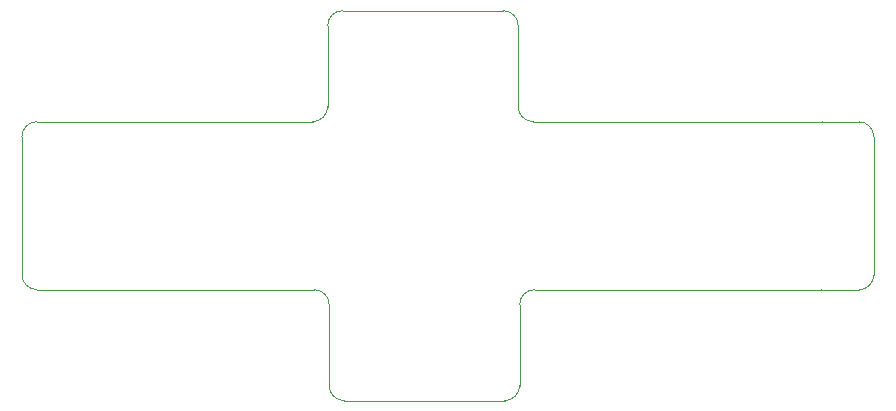
<source format=gm1>
G04*
G04 #@! TF.GenerationSoftware,Altium Limited,Altium Designer,22.9.1 (49)*
G04*
G04 Layer_Color=16711935*
%FSLAX44Y44*%
%MOMM*%
G71*
G04*
G04 #@! TF.SameCoordinates,E343571A-C553-4397-B335-E36F9F7E1520*
G04*
G04*
G04 #@! TF.FilePolarity,Positive*
G04*
G01*
G75*
%ADD22C,0.1000*%
D22*
X418194Y95080D02*
G03*
X417952Y95180I-241J-241D01*
G01*
X418502Y237320D02*
G03*
X418260Y237420I-241J-241D01*
G01*
X449290Y95080D02*
G03*
X461990Y107780I0J12700D01*
G01*
Y224620D02*
G03*
X449290Y237320I-12700J0D01*
G01*
X-259290Y107880D02*
G03*
X-246590Y95180I12700J0D01*
G01*
X160850Y250120D02*
G03*
X173550Y237420I12700J0D01*
G01*
X160850Y318700D02*
G03*
X148150Y331400I-12700J0D01*
G01*
X12260D02*
G03*
X-440Y318700I0J-12700D01*
G01*
X-13140Y237420D02*
G03*
X-440Y250120I0J12700D01*
G01*
X174820Y95180D02*
G03*
X162120Y82480I0J-12700D01*
G01*
X149420Y1200D02*
G03*
X162120Y13900I0J12700D01*
G01*
X830D02*
G03*
X13530Y1200I12700J0D01*
G01*
X830Y82480D02*
G03*
X-11870Y95180I-12700J0D01*
G01*
X-246590Y237420D02*
G03*
X-259290Y224720I0J-12700D01*
G01*
X408270Y95180D02*
X417952D01*
X408270Y237420D02*
X418260D01*
X418194Y95080D02*
X449290D01*
X418502Y237320D02*
X449290D01*
X461990Y107780D02*
Y218270D01*
Y224620D01*
X173550Y237420D02*
X341190Y237420D01*
X377174Y95180D02*
X408270D01*
X174820D02*
X339920D01*
X377482Y237420D02*
X408270D01*
X340574Y95180D02*
X377174D01*
X341190Y237420D02*
X379107D01*
X-217427Y95180D02*
X-179510D01*
X-215494Y237420D02*
X-178894D01*
X-259290Y107880D02*
Y114230D01*
Y224720D01*
X-246590Y95180D02*
X-215802D01*
X-178894Y237420D02*
X-178240D01*
X-13140D01*
X160850Y250120D02*
Y318700D01*
X12260Y331400D02*
X148150D01*
X-440Y250120D02*
Y318700D01*
X-246590Y237420D02*
X-215494D01*
X339920Y95180D02*
X340574D01*
X162120Y13900D02*
Y82480D01*
X13530Y1200D02*
X149420D01*
X830Y13900D02*
Y82480D01*
X-179510Y95180D02*
X-11870Y95180D01*
M02*

</source>
